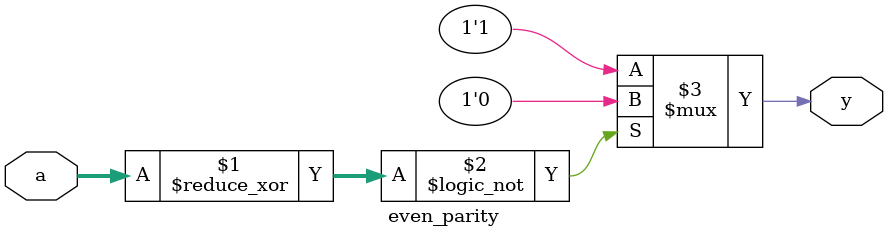
<source format=v>
`timescale 1ns / 1ps

module even_parity(input [3:0]a,
                   output y); 
                   
   // assign y= ~a; //bitwise operator
    assign y= (^a == 0)? 1'b0 : 1'b1; // conditional operator
                       
endmodule

</source>
